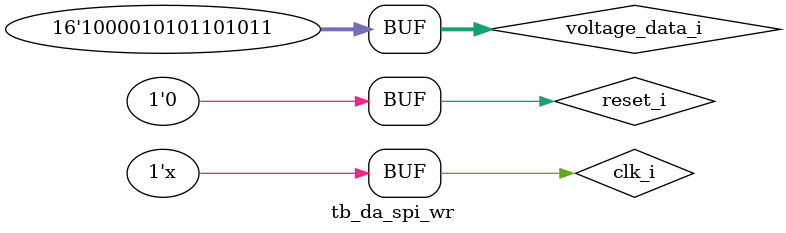
<source format=v>
`timescale 1ns / 1ps
module tb_da_spi_wr;
//inputs
reg clk_i;
reg reset_i;

reg [15:0]voltage_data_i;

//outputs
wire sclk_o;
wire sdi_o;
wire cs_o;
wire voltage_data_start; 
wire ldac_o;

//时钟激励
initial clk_i=0;
always #10 clk_i=~clk_i;
 
//复位激励
initial begin
   reset_i=0;
   #20;
   reset_i=1;
   #20;
   reset_i=0;

end

//输入数据
initial begin
    voltage_data_i=16'b1000_0101_0110_1011;
end

da_spi_wr uut(
    .clk_i(clk_i),
    .reset_i(reset_i),
    .voltage_data_i(voltage_data_i),

    .sclk_o(sclk_o),
    .sdi_o(sdi_o),
    .cs_o(cs_o),
    .voltage_data_start(voltage_data_start),
    .ldac_o(ldac_o)

);
endmodule
</source>
